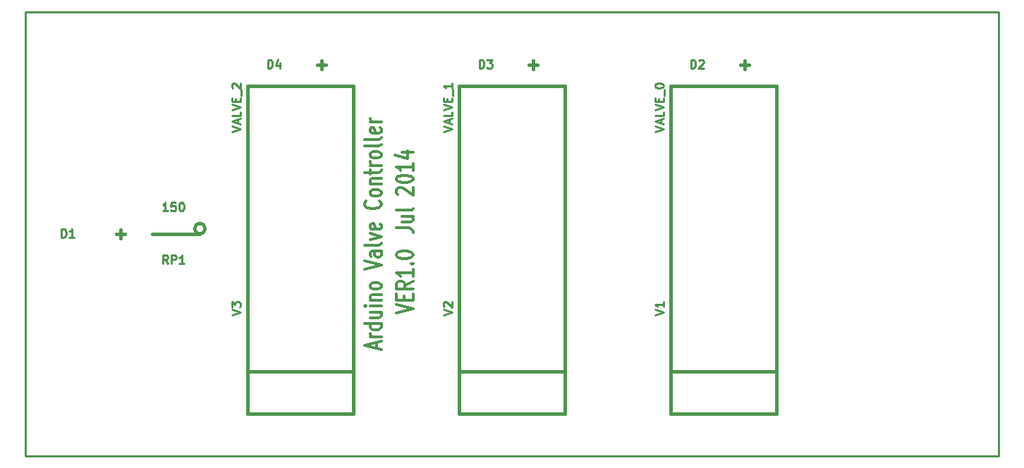
<source format=gto>
G04 (created by PCBNEW (2013-jul-07)-stable) date Wed 30 Jul 2014 03:33:50 PM EDT*
%MOIN*%
G04 Gerber Fmt 3.4, Leading zero omitted, Abs format*
%FSLAX34Y34*%
G01*
G70*
G90*
G04 APERTURE LIST*
%ADD10C,0.00590551*%
%ADD11C,0.009*%
%ADD12C,0.012*%
%ADD13C,0.015*%
%ADD14C,0.01*%
%ADD15C,0.175*%
%ADD16O,0.08X0.12*%
%ADD17C,0.08*%
%ADD18R,0.067X0.067*%
%ADD19C,0.18*%
%ADD20R,0.036X0.049*%
G04 APERTURE END LIST*
G54D10*
G54D11*
X89500Y-51500D02*
X43500Y-51500D01*
X43500Y-30500D02*
X89500Y-30500D01*
X43500Y-30500D02*
X43500Y-51500D01*
G54D12*
X60095Y-46414D02*
X60095Y-46128D01*
X60323Y-46471D02*
X59523Y-46271D01*
X60323Y-46071D01*
X60323Y-45871D02*
X59790Y-45871D01*
X59942Y-45871D02*
X59866Y-45842D01*
X59828Y-45814D01*
X59790Y-45757D01*
X59790Y-45700D01*
X60323Y-45242D02*
X59523Y-45242D01*
X60285Y-45242D02*
X60323Y-45300D01*
X60323Y-45414D01*
X60285Y-45471D01*
X60247Y-45500D01*
X60171Y-45528D01*
X59942Y-45528D01*
X59866Y-45500D01*
X59828Y-45471D01*
X59790Y-45414D01*
X59790Y-45300D01*
X59828Y-45242D01*
X59790Y-44700D02*
X60323Y-44700D01*
X59790Y-44957D02*
X60209Y-44957D01*
X60285Y-44928D01*
X60323Y-44871D01*
X60323Y-44785D01*
X60285Y-44728D01*
X60247Y-44700D01*
X60323Y-44414D02*
X59790Y-44414D01*
X59523Y-44414D02*
X59561Y-44442D01*
X59600Y-44414D01*
X59561Y-44385D01*
X59523Y-44414D01*
X59600Y-44414D01*
X59790Y-44128D02*
X60323Y-44128D01*
X59866Y-44128D02*
X59828Y-44100D01*
X59790Y-44042D01*
X59790Y-43957D01*
X59828Y-43900D01*
X59904Y-43871D01*
X60323Y-43871D01*
X60323Y-43500D02*
X60285Y-43557D01*
X60247Y-43585D01*
X60171Y-43614D01*
X59942Y-43614D01*
X59866Y-43585D01*
X59828Y-43557D01*
X59790Y-43500D01*
X59790Y-43414D01*
X59828Y-43357D01*
X59866Y-43328D01*
X59942Y-43300D01*
X60171Y-43300D01*
X60247Y-43328D01*
X60285Y-43357D01*
X60323Y-43414D01*
X60323Y-43500D01*
X59523Y-42671D02*
X60323Y-42471D01*
X59523Y-42271D01*
X60323Y-41814D02*
X59904Y-41814D01*
X59828Y-41842D01*
X59790Y-41900D01*
X59790Y-42014D01*
X59828Y-42071D01*
X60285Y-41814D02*
X60323Y-41871D01*
X60323Y-42014D01*
X60285Y-42071D01*
X60209Y-42100D01*
X60133Y-42100D01*
X60057Y-42071D01*
X60019Y-42014D01*
X60019Y-41871D01*
X59980Y-41814D01*
X60323Y-41442D02*
X60285Y-41500D01*
X60209Y-41528D01*
X59523Y-41528D01*
X59790Y-41271D02*
X60323Y-41128D01*
X59790Y-40985D01*
X60285Y-40528D02*
X60323Y-40585D01*
X60323Y-40700D01*
X60285Y-40757D01*
X60209Y-40785D01*
X59904Y-40785D01*
X59828Y-40757D01*
X59790Y-40700D01*
X59790Y-40585D01*
X59828Y-40528D01*
X59904Y-40500D01*
X59980Y-40500D01*
X60057Y-40785D01*
X60247Y-39442D02*
X60285Y-39471D01*
X60323Y-39557D01*
X60323Y-39614D01*
X60285Y-39700D01*
X60209Y-39757D01*
X60133Y-39785D01*
X59980Y-39814D01*
X59866Y-39814D01*
X59714Y-39785D01*
X59638Y-39757D01*
X59561Y-39700D01*
X59523Y-39614D01*
X59523Y-39557D01*
X59561Y-39471D01*
X59600Y-39442D01*
X60323Y-39100D02*
X60285Y-39157D01*
X60247Y-39185D01*
X60171Y-39214D01*
X59942Y-39214D01*
X59866Y-39185D01*
X59828Y-39157D01*
X59790Y-39100D01*
X59790Y-39014D01*
X59828Y-38957D01*
X59866Y-38928D01*
X59942Y-38900D01*
X60171Y-38900D01*
X60247Y-38928D01*
X60285Y-38957D01*
X60323Y-39014D01*
X60323Y-39100D01*
X59790Y-38642D02*
X60323Y-38642D01*
X59866Y-38642D02*
X59828Y-38614D01*
X59790Y-38557D01*
X59790Y-38471D01*
X59828Y-38414D01*
X59904Y-38385D01*
X60323Y-38385D01*
X59790Y-38185D02*
X59790Y-37957D01*
X59523Y-38100D02*
X60209Y-38100D01*
X60285Y-38071D01*
X60323Y-38014D01*
X60323Y-37957D01*
X60323Y-37757D02*
X59790Y-37757D01*
X59942Y-37757D02*
X59866Y-37728D01*
X59828Y-37700D01*
X59790Y-37642D01*
X59790Y-37585D01*
X60323Y-37300D02*
X60285Y-37357D01*
X60247Y-37385D01*
X60171Y-37414D01*
X59942Y-37414D01*
X59866Y-37385D01*
X59828Y-37357D01*
X59790Y-37300D01*
X59790Y-37214D01*
X59828Y-37157D01*
X59866Y-37128D01*
X59942Y-37100D01*
X60171Y-37100D01*
X60247Y-37128D01*
X60285Y-37157D01*
X60323Y-37214D01*
X60323Y-37300D01*
X60323Y-36757D02*
X60285Y-36814D01*
X60209Y-36842D01*
X59523Y-36842D01*
X60323Y-36442D02*
X60285Y-36499D01*
X60209Y-36528D01*
X59523Y-36528D01*
X60285Y-35985D02*
X60323Y-36042D01*
X60323Y-36157D01*
X60285Y-36214D01*
X60209Y-36242D01*
X59904Y-36242D01*
X59828Y-36214D01*
X59790Y-36157D01*
X59790Y-36042D01*
X59828Y-35985D01*
X59904Y-35957D01*
X59980Y-35957D01*
X60057Y-36242D01*
X60323Y-35699D02*
X59790Y-35699D01*
X59942Y-35699D02*
X59866Y-35671D01*
X59828Y-35642D01*
X59790Y-35585D01*
X59790Y-35528D01*
X61023Y-40714D02*
X61595Y-40714D01*
X61709Y-40742D01*
X61785Y-40800D01*
X61823Y-40885D01*
X61823Y-40942D01*
X61290Y-40171D02*
X61823Y-40171D01*
X61290Y-40428D02*
X61709Y-40428D01*
X61785Y-40400D01*
X61823Y-40342D01*
X61823Y-40257D01*
X61785Y-40200D01*
X61747Y-40171D01*
X61823Y-39800D02*
X61785Y-39857D01*
X61709Y-39885D01*
X61023Y-39885D01*
X61100Y-39142D02*
X61061Y-39114D01*
X61023Y-39057D01*
X61023Y-38914D01*
X61061Y-38857D01*
X61100Y-38828D01*
X61176Y-38800D01*
X61252Y-38800D01*
X61366Y-38828D01*
X61823Y-39171D01*
X61823Y-38800D01*
X61023Y-38428D02*
X61023Y-38371D01*
X61061Y-38314D01*
X61100Y-38285D01*
X61176Y-38257D01*
X61328Y-38228D01*
X61519Y-38228D01*
X61671Y-38257D01*
X61747Y-38285D01*
X61785Y-38314D01*
X61823Y-38371D01*
X61823Y-38428D01*
X61785Y-38485D01*
X61747Y-38514D01*
X61671Y-38542D01*
X61519Y-38571D01*
X61328Y-38571D01*
X61176Y-38542D01*
X61100Y-38514D01*
X61061Y-38485D01*
X61023Y-38428D01*
X61823Y-37657D02*
X61823Y-37999D01*
X61823Y-37828D02*
X61023Y-37828D01*
X61138Y-37885D01*
X61214Y-37942D01*
X61252Y-37999D01*
X61290Y-37142D02*
X61823Y-37142D01*
X60985Y-37285D02*
X61557Y-37428D01*
X61557Y-37057D01*
X61023Y-44735D02*
X61823Y-44535D01*
X61023Y-44335D01*
X61404Y-44135D02*
X61404Y-43935D01*
X61823Y-43850D02*
X61823Y-44135D01*
X61023Y-44135D01*
X61023Y-43850D01*
X61823Y-43250D02*
X61442Y-43450D01*
X61823Y-43592D02*
X61023Y-43592D01*
X61023Y-43364D01*
X61061Y-43307D01*
X61100Y-43278D01*
X61176Y-43250D01*
X61290Y-43250D01*
X61366Y-43278D01*
X61404Y-43307D01*
X61442Y-43364D01*
X61442Y-43592D01*
X61823Y-42678D02*
X61823Y-43021D01*
X61823Y-42850D02*
X61023Y-42850D01*
X61138Y-42907D01*
X61214Y-42964D01*
X61252Y-43021D01*
X61747Y-42421D02*
X61785Y-42392D01*
X61823Y-42421D01*
X61785Y-42449D01*
X61747Y-42421D01*
X61823Y-42421D01*
X61023Y-42021D02*
X61023Y-41964D01*
X61061Y-41907D01*
X61100Y-41878D01*
X61176Y-41850D01*
X61328Y-41821D01*
X61519Y-41821D01*
X61671Y-41850D01*
X61747Y-41878D01*
X61785Y-41907D01*
X61823Y-41964D01*
X61823Y-42021D01*
X61785Y-42078D01*
X61747Y-42107D01*
X61671Y-42135D01*
X61519Y-42164D01*
X61328Y-42164D01*
X61176Y-42135D01*
X61100Y-42107D01*
X61061Y-42078D01*
X61023Y-42021D01*
G54D11*
X89500Y-51500D02*
X89500Y-30500D01*
G54D13*
X67500Y-32800D02*
X67500Y-33200D01*
X67300Y-33000D02*
X67700Y-33000D01*
X77500Y-32800D02*
X77500Y-33200D01*
X77300Y-33000D02*
X77700Y-33000D01*
X57500Y-32800D02*
X57500Y-33200D01*
X57300Y-33000D02*
X57700Y-33000D01*
X59000Y-47500D02*
X54000Y-47500D01*
X59000Y-49500D02*
X54000Y-49500D01*
X54000Y-49500D02*
X54000Y-34000D01*
X54000Y-34000D02*
X59000Y-34000D01*
X59000Y-34000D02*
X59000Y-49500D01*
X69000Y-47500D02*
X64000Y-47500D01*
X69000Y-49500D02*
X64000Y-49500D01*
X64000Y-49500D02*
X64000Y-34000D01*
X64000Y-34000D02*
X69000Y-34000D01*
X69000Y-34000D02*
X69000Y-49500D01*
X79000Y-47500D02*
X74000Y-47500D01*
X79000Y-49500D02*
X74000Y-49500D01*
X74000Y-49500D02*
X74000Y-34000D01*
X74000Y-34000D02*
X79000Y-34000D01*
X79000Y-34000D02*
X79000Y-49500D01*
X51750Y-41000D02*
X49500Y-41000D01*
X52000Y-40750D02*
G75*
G03X52000Y-40750I-250J0D01*
G74*
G01*
X48000Y-40800D02*
X48000Y-41200D01*
X47800Y-41000D02*
X48200Y-41000D01*
G54D14*
X64954Y-33161D02*
X64954Y-32761D01*
X65050Y-32761D01*
X65107Y-32780D01*
X65145Y-32819D01*
X65164Y-32857D01*
X65183Y-32933D01*
X65183Y-32990D01*
X65164Y-33066D01*
X65145Y-33104D01*
X65107Y-33142D01*
X65050Y-33161D01*
X64954Y-33161D01*
X65316Y-32761D02*
X65564Y-32761D01*
X65430Y-32914D01*
X65488Y-32914D01*
X65526Y-32933D01*
X65545Y-32952D01*
X65564Y-32990D01*
X65564Y-33085D01*
X65545Y-33123D01*
X65526Y-33142D01*
X65488Y-33161D01*
X65373Y-33161D01*
X65335Y-33142D01*
X65316Y-33123D01*
X74954Y-33161D02*
X74954Y-32761D01*
X75050Y-32761D01*
X75107Y-32780D01*
X75145Y-32819D01*
X75164Y-32857D01*
X75183Y-32933D01*
X75183Y-32990D01*
X75164Y-33066D01*
X75145Y-33104D01*
X75107Y-33142D01*
X75050Y-33161D01*
X74954Y-33161D01*
X75335Y-32800D02*
X75354Y-32780D01*
X75392Y-32761D01*
X75488Y-32761D01*
X75526Y-32780D01*
X75545Y-32800D01*
X75564Y-32838D01*
X75564Y-32876D01*
X75545Y-32933D01*
X75316Y-33161D01*
X75564Y-33161D01*
X54954Y-33161D02*
X54954Y-32761D01*
X55050Y-32761D01*
X55107Y-32780D01*
X55145Y-32819D01*
X55164Y-32857D01*
X55183Y-32933D01*
X55183Y-32990D01*
X55164Y-33066D01*
X55145Y-33104D01*
X55107Y-33142D01*
X55050Y-33161D01*
X54954Y-33161D01*
X55526Y-32895D02*
X55526Y-33161D01*
X55430Y-32742D02*
X55335Y-33028D01*
X55583Y-33028D01*
X53261Y-44823D02*
X53661Y-44690D01*
X53261Y-44557D01*
X53261Y-44461D02*
X53261Y-44214D01*
X53414Y-44347D01*
X53414Y-44290D01*
X53433Y-44252D01*
X53452Y-44233D01*
X53490Y-44214D01*
X53585Y-44214D01*
X53623Y-44233D01*
X53642Y-44252D01*
X53661Y-44290D01*
X53661Y-44404D01*
X53642Y-44442D01*
X53623Y-44461D01*
X53261Y-36161D02*
X53661Y-36028D01*
X53261Y-35895D01*
X53547Y-35780D02*
X53547Y-35590D01*
X53661Y-35819D02*
X53261Y-35685D01*
X53661Y-35552D01*
X53661Y-35228D02*
X53661Y-35419D01*
X53261Y-35419D01*
X53261Y-35152D02*
X53661Y-35019D01*
X53261Y-34885D01*
X53452Y-34752D02*
X53452Y-34619D01*
X53661Y-34561D02*
X53661Y-34752D01*
X53261Y-34752D01*
X53261Y-34561D01*
X53700Y-34485D02*
X53700Y-34180D01*
X53300Y-34104D02*
X53280Y-34085D01*
X53261Y-34047D01*
X53261Y-33952D01*
X53280Y-33914D01*
X53300Y-33895D01*
X53338Y-33876D01*
X53376Y-33876D01*
X53433Y-33895D01*
X53661Y-34123D01*
X53661Y-33876D01*
X63261Y-44823D02*
X63661Y-44690D01*
X63261Y-44557D01*
X63300Y-44442D02*
X63280Y-44423D01*
X63261Y-44385D01*
X63261Y-44290D01*
X63280Y-44252D01*
X63300Y-44233D01*
X63338Y-44214D01*
X63376Y-44214D01*
X63433Y-44233D01*
X63661Y-44461D01*
X63661Y-44214D01*
X63261Y-36161D02*
X63661Y-36028D01*
X63261Y-35895D01*
X63547Y-35780D02*
X63547Y-35590D01*
X63661Y-35819D02*
X63261Y-35685D01*
X63661Y-35552D01*
X63661Y-35228D02*
X63661Y-35419D01*
X63261Y-35419D01*
X63261Y-35152D02*
X63661Y-35019D01*
X63261Y-34885D01*
X63452Y-34752D02*
X63452Y-34619D01*
X63661Y-34561D02*
X63661Y-34752D01*
X63261Y-34752D01*
X63261Y-34561D01*
X63700Y-34485D02*
X63700Y-34180D01*
X63661Y-33876D02*
X63661Y-34104D01*
X63661Y-33990D02*
X63261Y-33990D01*
X63319Y-34028D01*
X63357Y-34066D01*
X63376Y-34104D01*
X73261Y-44823D02*
X73661Y-44690D01*
X73261Y-44557D01*
X73661Y-44214D02*
X73661Y-44442D01*
X73661Y-44328D02*
X73261Y-44328D01*
X73319Y-44366D01*
X73357Y-44404D01*
X73376Y-44442D01*
X73261Y-36161D02*
X73661Y-36028D01*
X73261Y-35895D01*
X73547Y-35780D02*
X73547Y-35590D01*
X73661Y-35819D02*
X73261Y-35685D01*
X73661Y-35552D01*
X73661Y-35228D02*
X73661Y-35419D01*
X73261Y-35419D01*
X73261Y-35152D02*
X73661Y-35019D01*
X73261Y-34885D01*
X73452Y-34752D02*
X73452Y-34619D01*
X73661Y-34561D02*
X73661Y-34752D01*
X73261Y-34752D01*
X73261Y-34561D01*
X73700Y-34485D02*
X73700Y-34180D01*
X73261Y-34009D02*
X73261Y-33971D01*
X73280Y-33933D01*
X73300Y-33914D01*
X73338Y-33895D01*
X73414Y-33876D01*
X73509Y-33876D01*
X73585Y-33895D01*
X73623Y-33914D01*
X73642Y-33933D01*
X73661Y-33971D01*
X73661Y-34009D01*
X73642Y-34047D01*
X73623Y-34066D01*
X73585Y-34085D01*
X73509Y-34104D01*
X73414Y-34104D01*
X73338Y-34085D01*
X73300Y-34066D01*
X73280Y-34047D01*
X73261Y-34009D01*
X50233Y-42411D02*
X50100Y-42221D01*
X50004Y-42411D02*
X50004Y-42011D01*
X50157Y-42011D01*
X50195Y-42030D01*
X50214Y-42050D01*
X50233Y-42088D01*
X50233Y-42145D01*
X50214Y-42183D01*
X50195Y-42202D01*
X50157Y-42221D01*
X50004Y-42221D01*
X50404Y-42411D02*
X50404Y-42011D01*
X50557Y-42011D01*
X50595Y-42030D01*
X50614Y-42050D01*
X50633Y-42088D01*
X50633Y-42145D01*
X50614Y-42183D01*
X50595Y-42202D01*
X50557Y-42221D01*
X50404Y-42221D01*
X51014Y-42411D02*
X50785Y-42411D01*
X50900Y-42411D02*
X50900Y-42011D01*
X50861Y-42069D01*
X50823Y-42107D01*
X50785Y-42126D01*
X50233Y-39911D02*
X50004Y-39911D01*
X50119Y-39911D02*
X50119Y-39511D01*
X50080Y-39569D01*
X50042Y-39607D01*
X50004Y-39626D01*
X50595Y-39511D02*
X50404Y-39511D01*
X50385Y-39702D01*
X50404Y-39683D01*
X50442Y-39664D01*
X50538Y-39664D01*
X50576Y-39683D01*
X50595Y-39702D01*
X50614Y-39740D01*
X50614Y-39835D01*
X50595Y-39873D01*
X50576Y-39892D01*
X50538Y-39911D01*
X50442Y-39911D01*
X50404Y-39892D01*
X50385Y-39873D01*
X50861Y-39511D02*
X50900Y-39511D01*
X50938Y-39530D01*
X50957Y-39550D01*
X50976Y-39588D01*
X50995Y-39664D01*
X50995Y-39759D01*
X50976Y-39835D01*
X50957Y-39873D01*
X50938Y-39892D01*
X50900Y-39911D01*
X50861Y-39911D01*
X50823Y-39892D01*
X50804Y-39873D01*
X50785Y-39835D01*
X50766Y-39759D01*
X50766Y-39664D01*
X50785Y-39588D01*
X50804Y-39550D01*
X50823Y-39530D01*
X50861Y-39511D01*
X45204Y-41161D02*
X45204Y-40761D01*
X45300Y-40761D01*
X45357Y-40780D01*
X45395Y-40819D01*
X45414Y-40857D01*
X45433Y-40933D01*
X45433Y-40990D01*
X45414Y-41066D01*
X45395Y-41104D01*
X45357Y-41142D01*
X45300Y-41161D01*
X45204Y-41161D01*
X45814Y-41161D02*
X45585Y-41161D01*
X45700Y-41161D02*
X45700Y-40761D01*
X45661Y-40819D01*
X45623Y-40857D01*
X45585Y-40876D01*
%LPC*%
G54D15*
X50500Y-50500D03*
X51000Y-31500D03*
X83000Y-50500D03*
X80500Y-31500D03*
G54D16*
X56000Y-50500D03*
X57000Y-50500D03*
X58000Y-50500D03*
X59000Y-50500D03*
X60000Y-50500D03*
X61000Y-50500D03*
X62000Y-50500D03*
X63000Y-50500D03*
X65000Y-50500D03*
X66000Y-50500D03*
X67000Y-50500D03*
X68000Y-50500D03*
X69000Y-50500D03*
X70000Y-50500D03*
X71000Y-50500D03*
X72000Y-50500D03*
X74000Y-50500D03*
X75000Y-50500D03*
X76000Y-50500D03*
X77000Y-50500D03*
X78000Y-50500D03*
X79000Y-50500D03*
X80000Y-50500D03*
X81000Y-50500D03*
X52400Y-31500D03*
X53400Y-31500D03*
X54400Y-31500D03*
X55400Y-31500D03*
X56400Y-31500D03*
X57400Y-31500D03*
X58400Y-31500D03*
X59400Y-31500D03*
X60400Y-31500D03*
X61400Y-31500D03*
X63000Y-31500D03*
X70000Y-31500D03*
X69000Y-31500D03*
X68000Y-31500D03*
X67000Y-31500D03*
X66000Y-31500D03*
X65000Y-31500D03*
X64000Y-31500D03*
X72000Y-31500D03*
X73000Y-31500D03*
X74000Y-31500D03*
X75000Y-31500D03*
X76000Y-31500D03*
X77000Y-31500D03*
X78000Y-31500D03*
X79000Y-31500D03*
G54D17*
X82000Y-31500D03*
X83000Y-31500D03*
X82000Y-32500D03*
X83000Y-32500D03*
X82000Y-33500D03*
X83000Y-33500D03*
X82000Y-34500D03*
X83000Y-34500D03*
X82000Y-35500D03*
X83000Y-35500D03*
X82000Y-36500D03*
X83000Y-36500D03*
X82000Y-37500D03*
X83000Y-37500D03*
X82000Y-38500D03*
X83000Y-38500D03*
X82000Y-39500D03*
X83000Y-39500D03*
X82000Y-40500D03*
X83000Y-40500D03*
X82000Y-41500D03*
X83000Y-41500D03*
X82000Y-42500D03*
X83000Y-42500D03*
X82000Y-43500D03*
X83000Y-43500D03*
X82000Y-44500D03*
X83000Y-44500D03*
X82000Y-45500D03*
X83000Y-45500D03*
X82000Y-46500D03*
X83000Y-46500D03*
X82000Y-47500D03*
X83000Y-47500D03*
X82000Y-48500D03*
X83000Y-48500D03*
G54D18*
X66915Y-33000D03*
X66085Y-33000D03*
X76915Y-33000D03*
X76085Y-33000D03*
X56915Y-33000D03*
X56085Y-33000D03*
G54D19*
X58000Y-44500D03*
X55000Y-44500D03*
X68000Y-44500D03*
X65000Y-44500D03*
X78000Y-44500D03*
X75000Y-44500D03*
G54D20*
X51250Y-40360D03*
X50750Y-40360D03*
X50250Y-40360D03*
X49750Y-40360D03*
X49750Y-41640D03*
X50250Y-41640D03*
X50750Y-41640D03*
X51250Y-41640D03*
G54D18*
X47415Y-41000D03*
X46585Y-41000D03*
M02*

</source>
